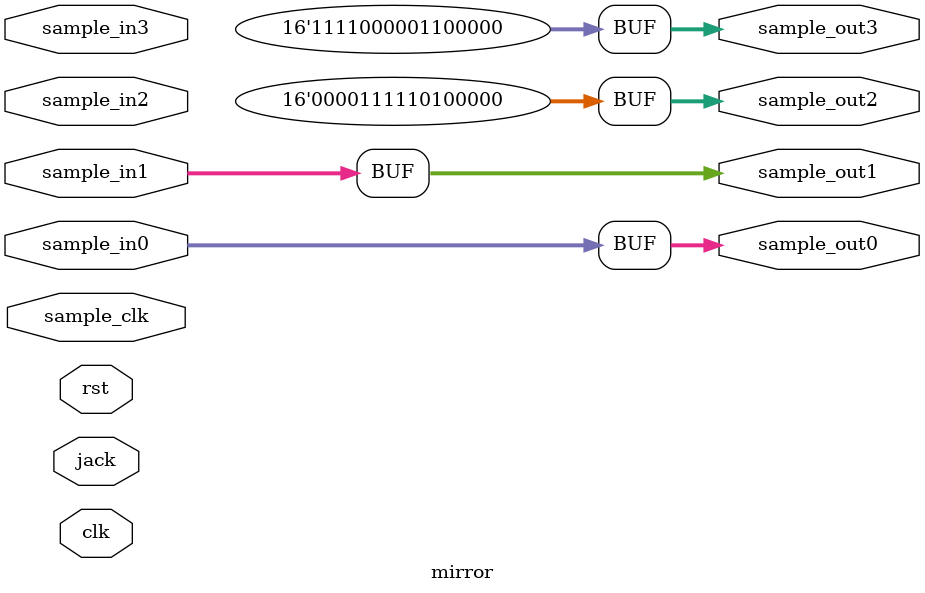
<source format=sv>
module mirror #(
    parameter W = 16
)(
    input rst,
    input clk,
    input sample_clk,
    input signed [W-1:0] sample_in0,
    input signed [W-1:0] sample_in1,
    input signed [W-1:0] sample_in2,
    input signed [W-1:0] sample_in3,
    output signed [W-1:0] sample_out0,
    output signed [W-1:0] sample_out1,
    output signed [W-1:0] sample_out2,
    output signed [W-1:0] sample_out3,
    input [7:0] jack
);

assign sample_out0 = sample_in0;
assign sample_out1 = sample_in1;
assign sample_out2 = 16'sb0000111110100000;  // 4000 => 0.87V
assign sample_out3 = 16'sb1111000001100000;  // -4000 => -1.16V

endmodule

</source>
